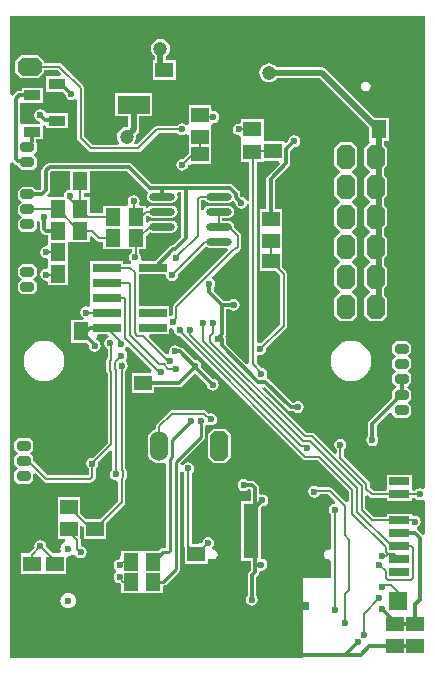
<source format=gbl>
%FSLAX25Y25*%
%MOIN*%
G70*
G01*
G75*
G04 Layer_Physical_Order=2*
G04 Layer_Color=16711680*
%ADD10R,0.05906X0.05118*%
%ADD11C,0.03937*%
%ADD12R,0.05118X0.05906*%
%ADD13R,0.10236X0.08661*%
%ADD14R,0.07874X0.04724*%
%ADD15R,0.12992X0.09843*%
%ADD16R,0.05118X0.06299*%
%ADD17R,0.05512X0.03543*%
%ADD18R,0.09843X0.07874*%
%ADD19R,0.09055X0.01969*%
%ADD20R,0.05512X0.16535*%
%ADD21O,0.08661X0.02362*%
%ADD22R,0.04331X0.02559*%
%ADD23O,0.00984X0.05906*%
%ADD24O,0.05906X0.00984*%
%ADD25R,0.02362X0.00984*%
%ADD26R,0.00984X0.02362*%
%ADD27R,0.02165X0.00984*%
%ADD28R,0.00984X0.02165*%
%ADD29R,0.05118X0.02165*%
%ADD30C,0.02000*%
%ADD31C,0.00800*%
%ADD32C,0.01969*%
%ADD33C,0.01200*%
%ADD34C,0.01000*%
%ADD35C,0.01181*%
%ADD36C,0.00787*%
%ADD37C,0.02362*%
G04:AMPARAMS|DCode=38|XSize=35.43mil|YSize=47.24mil|CornerRadius=0mil|HoleSize=0mil|Usage=FLASHONLY|Rotation=90.000|XOffset=0mil|YOffset=0mil|HoleType=Round|Shape=Octagon|*
%AMOCTAGOND38*
4,1,8,-0.02362,-0.00886,-0.02362,0.00886,-0.01476,0.01772,0.01476,0.01772,0.02362,0.00886,0.02362,-0.00886,0.01476,-0.01772,-0.01476,-0.01772,-0.02362,-0.00886,0.0*
%
%ADD38OCTAGOND38*%

G04:AMPARAMS|DCode=39|XSize=80mil|YSize=60mil|CornerRadius=0mil|HoleSize=0mil|Usage=FLASHONLY|Rotation=90.000|XOffset=0mil|YOffset=0mil|HoleType=Round|Shape=Octagon|*
%AMOCTAGOND39*
4,1,8,0.01500,0.04000,-0.01500,0.04000,-0.03000,0.02500,-0.03000,-0.02500,-0.01500,-0.04000,0.01500,-0.04000,0.03000,-0.02500,0.03000,0.02500,0.01500,0.04000,0.0*
%
%ADD39OCTAGOND39*%

G04:AMPARAMS|DCode=40|XSize=31.5mil|YSize=39.37mil|CornerRadius=0mil|HoleSize=0mil|Usage=FLASHONLY|Rotation=270.000|XOffset=0mil|YOffset=0mil|HoleType=Round|Shape=Octagon|*
%AMOCTAGOND40*
4,1,8,0.01969,0.00787,0.01969,-0.00787,0.01181,-0.01575,-0.01181,-0.01575,-0.01969,-0.00787,-0.01969,0.00787,-0.01181,0.01575,0.01181,0.01575,0.01969,0.00787,0.0*
%
%ADD40OCTAGOND40*%

G04:AMPARAMS|DCode=41|XSize=80mil|YSize=60mil|CornerRadius=0mil|HoleSize=0mil|Usage=FLASHONLY|Rotation=0.000|XOffset=0mil|YOffset=0mil|HoleType=Round|Shape=Octagon|*
%AMOCTAGOND41*
4,1,8,0.04000,-0.01500,0.04000,0.01500,0.02500,0.03000,-0.02500,0.03000,-0.04000,0.01500,-0.04000,-0.01500,-0.02500,-0.03000,0.02500,-0.03000,0.04000,-0.01500,0.0*
%
%ADD41OCTAGOND41*%

G04:AMPARAMS|DCode=42|XSize=100mil|YSize=60mil|CornerRadius=0mil|HoleSize=0mil|Usage=FLASHONLY|Rotation=270.000|XOffset=0mil|YOffset=0mil|HoleType=Round|Shape=Octagon|*
%AMOCTAGOND42*
4,1,8,-0.01500,-0.05000,0.01500,-0.05000,0.03000,-0.03500,0.03000,0.03500,0.01500,0.05000,-0.01500,0.05000,-0.03000,0.03500,-0.03000,-0.03500,-0.01500,-0.05000,0.0*
%
%ADD42OCTAGOND42*%

%ADD43O,0.06000X0.10000*%
%ADD44C,0.04724*%
%ADD45R,0.10630X0.06299*%
%ADD46R,0.06102X0.03937*%
%ADD47R,0.03150X0.05906*%
%ADD48R,0.05906X0.05906*%
%ADD49R,0.06890X0.02756*%
%ADD50R,0.05906X0.05118*%
%ADD51R,0.05512X0.03150*%
%ADD52R,0.09449X0.02913*%
G36*
X480136Y349243D02*
X476165Y345273D01*
X475858Y344814D01*
X475751Y344272D01*
Y334252D01*
X473425D01*
Y327559D01*
X473425Y327559D01*
X473425Y326772D01*
X473425D01*
Y320079D01*
D01*
X473425Y320079D01*
X473425Y320079D01*
D01*
D01*
Y320079D01*
X473425D01*
D01*
Y313386D01*
X478800D01*
X480285Y311900D01*
Y295777D01*
X473868Y289360D01*
X473622Y289409D01*
X473104Y289305D01*
X472471Y289825D01*
Y349929D01*
X474815D01*
Y350000D01*
X479822D01*
X480136Y349243D01*
D02*
G37*
G36*
X435820Y340132D02*
X436279Y339825D01*
X436182Y339338D01*
X435941Y338977D01*
X435788Y338209D01*
X435941Y337441D01*
X436376Y336789D01*
X437027Y336354D01*
X437795Y336202D01*
X444095D01*
X444863Y336354D01*
X445514Y336789D01*
X445949Y337441D01*
X446102Y338209D01*
X445949Y338977D01*
X445936Y338996D01*
X446322Y339718D01*
X447404D01*
Y324887D01*
X444572Y322055D01*
X444567D01*
X444025Y321947D01*
X443566Y321640D01*
X438737Y316811D01*
X434284D01*
X433764Y317444D01*
X433897Y318110D01*
X433744Y318878D01*
X433309Y319529D01*
X433297Y319537D01*
Y320669D01*
X435433D01*
Y325060D01*
X436848Y326474D01*
X437027Y326354D01*
X437795Y326202D01*
X444095D01*
X444863Y326354D01*
X445514Y326789D01*
X445949Y327441D01*
X446102Y328209D01*
X445949Y328977D01*
X445514Y329628D01*
X444863Y330063D01*
X444095Y330216D01*
X437795D01*
X437027Y330063D01*
X436376Y329628D01*
X436217Y329389D01*
X435433Y329627D01*
Y331359D01*
X436072Y331998D01*
X436376Y331789D01*
X436376Y331789D01*
Y331789D01*
X437027Y331354D01*
X437795Y331202D01*
X444095D01*
X444863Y331354D01*
X445514Y331789D01*
X445949Y332441D01*
X446102Y333209D01*
X445949Y333977D01*
X445514Y334628D01*
X444863Y335063D01*
X444095Y335216D01*
X437795D01*
X437027Y335063D01*
X436376Y334628D01*
X436340Y334573D01*
X435530Y334453D01*
X435433Y334532D01*
Y335236D01*
X433875D01*
X433355Y335869D01*
X433503Y336614D01*
X433350Y337382D01*
X432915Y338033D01*
X432264Y338469D01*
X431496Y338621D01*
X430728Y338469D01*
X430077Y338033D01*
X429642Y337382D01*
X429489Y336614D01*
X429637Y335869D01*
X429118Y335236D01*
X428740D01*
D01*
D01*
X428740Y335236D01*
X427953D01*
Y335236D01*
X421260D01*
Y332707D01*
X416929D01*
Y337992D01*
X414793D01*
Y339567D01*
X416929D01*
Y346617D01*
X429335D01*
X435820Y340132D01*
D02*
G37*
G36*
X455925Y321354D02*
X456693Y321202D01*
X462708D01*
X463021Y320445D01*
X444813Y302237D01*
X444551Y301844D01*
X444459Y301381D01*
X444459Y301381D01*
Y298887D01*
X443718Y298537D01*
X443307Y298874D01*
Y301811D01*
X433094D01*
Y312323D01*
X442043D01*
X442253Y312067D01*
X442406Y311299D01*
X442841Y310648D01*
X443492Y310213D01*
X444260Y310060D01*
X445028Y310213D01*
X445680Y310648D01*
X446114Y311299D01*
X446267Y312067D01*
X446218Y312313D01*
X455526Y321621D01*
X455925Y321354D01*
D02*
G37*
G36*
X510168Y238120D02*
X510168Y238120D01*
X510560Y237858D01*
X510560Y237858D01*
X510560Y237858D01*
D01*
X510560Y237858D01*
X510560Y237858D01*
X511024Y237766D01*
X515846D01*
Y236811D01*
X524311D01*
Y237766D01*
X525213D01*
X525352Y237557D01*
X526004Y237122D01*
X526772Y236969D01*
X527540Y237122D01*
X527802Y237297D01*
X528524Y236911D01*
Y225912D01*
X527797Y225426D01*
X527768Y225414D01*
X526197Y226985D01*
X525785Y227260D01*
X525945Y228063D01*
X525965Y228067D01*
X526616Y228502D01*
X527051Y229153D01*
X527204Y229921D01*
X527051Y230689D01*
X526616Y231341D01*
X525965Y231776D01*
X525197Y231928D01*
X524944Y231878D01*
X524311Y232398D01*
Y232480D01*
X515846D01*
Y231526D01*
X511525D01*
X508691Y234360D01*
Y238527D01*
X509447Y238840D01*
X510168Y238120D01*
D02*
G37*
G36*
X455274Y336789D02*
X455925Y336354D01*
X456693Y336202D01*
X462992D01*
X463760Y336354D01*
X464411Y336789D01*
X464411Y336789D01*
X464411Y336789D01*
D01*
X464560Y336982D01*
Y336982D01*
X464560Y336982D01*
X465317Y336226D01*
X465316Y336221D01*
X465469Y335452D01*
X465904Y334801D01*
X466555Y334366D01*
X467323Y334213D01*
X468091Y334366D01*
X468742Y334801D01*
X469177Y335452D01*
X469234Y335739D01*
X470049Y335659D01*
Y288414D01*
X470043Y288383D01*
X470043Y288383D01*
Y282936D01*
X469410Y282417D01*
X469022Y282494D01*
X462241Y289275D01*
Y290944D01*
X462134Y291486D01*
X462035Y291634D01*
X462134Y291782D01*
X462241Y292323D01*
Y300751D01*
X463342D01*
X463345Y300746D01*
X463996Y300311D01*
X464764Y300158D01*
X465532Y300311D01*
X466183Y300746D01*
X466618Y301397D01*
X466771Y302165D01*
X466618Y302933D01*
X466183Y303585D01*
X465532Y304020D01*
X464764Y304172D01*
X463996Y304020D01*
X463345Y303585D01*
X463342Y303580D01*
X461413D01*
X458108Y306885D01*
Y307633D01*
X458112Y307636D01*
X458547Y308287D01*
X458700Y309055D01*
X458547Y309823D01*
X458112Y310474D01*
X457667Y310772D01*
X457587Y311587D01*
X465495Y319495D01*
X465824Y319561D01*
X466217Y319823D01*
X466998Y320604D01*
X466998Y320604D01*
X467260Y320997D01*
X467352Y321460D01*
Y325197D01*
X467260Y325660D01*
X466998Y326053D01*
X464973Y328078D01*
X464999Y328209D01*
X464846Y328977D01*
X464411Y329628D01*
X463760Y330063D01*
X462992Y330216D01*
X461053D01*
Y331202D01*
X462992D01*
X463760Y331354D01*
X464411Y331789D01*
X464846Y332441D01*
X464999Y333209D01*
X464846Y333977D01*
X464411Y334628D01*
X463760Y335063D01*
X462992Y335216D01*
X456693D01*
X455925Y335063D01*
X455274Y334628D01*
X454839Y333977D01*
X454781Y333690D01*
X453967Y333770D01*
Y336900D01*
X454065Y336998D01*
X455134D01*
X455274Y336789D01*
D02*
G37*
G36*
X528524Y241042D02*
X527802Y240655D01*
X527540Y240831D01*
X526772Y240983D01*
X526004Y240831D01*
X525352Y240396D01*
X525213Y240187D01*
X524890D01*
X524311Y240766D01*
Y241142D01*
Y241142D01*
D01*
X524311Y241721D01*
X524311Y241721D01*
X524311Y241721D01*
Y245472D01*
X515846D01*
Y241721D01*
X515846Y241721D01*
X515846Y241721D01*
X515846Y241142D01*
Y241142D01*
D01*
Y240766D01*
X515267Y240187D01*
X511525D01*
X510278Y241434D01*
Y242507D01*
X510278Y242507D01*
X510202Y242894D01*
X510186Y242970D01*
X509924Y243363D01*
X509924Y243363D01*
X501604Y251683D01*
Y253953D01*
X501813Y254093D01*
X502248Y254744D01*
X502401Y255512D01*
X502248Y256280D01*
X501813Y256931D01*
X501162Y257366D01*
X500394Y257519D01*
X499626Y257366D01*
X498975Y256931D01*
X498539Y256280D01*
X498387Y255512D01*
X498539Y254744D01*
X498975Y254093D01*
X499183Y253953D01*
Y252894D01*
X498426Y252581D01*
X491865Y259143D01*
X491472Y259405D01*
X491009Y259497D01*
X491009Y259497D01*
X489203D01*
X474306Y274394D01*
X474396Y274609D01*
X475199Y274769D01*
X482858Y267110D01*
X482858D01*
X482858Y267110D01*
X482858Y267110D01*
Y267110D01*
X483317Y266803D01*
X483858Y266696D01*
X484798D01*
X484801Y266691D01*
X485452Y266256D01*
X486221Y266103D01*
X486988Y266256D01*
X487640Y266691D01*
X488075Y267342D01*
X488228Y268110D01*
X488075Y268878D01*
X487640Y269529D01*
X486988Y269965D01*
X486221Y270117D01*
X485452Y269965D01*
X484801Y269529D01*
X484798Y269525D01*
X484444D01*
X476404Y277565D01*
X475945Y277872D01*
D01*
X475945Y277872D01*
X475869Y278365D01*
D01*
X476022Y279133D01*
X475869Y279901D01*
X475434Y280553D01*
X474783Y280988D01*
X474140Y281116D01*
X472464Y282791D01*
Y284979D01*
X473097Y285499D01*
X473622Y285395D01*
X474390Y285547D01*
X475041Y285982D01*
X475476Y286633D01*
X475629Y287402D01*
X475580Y287648D01*
X482352Y294420D01*
X482352Y294420D01*
X482615Y294812D01*
X482707Y295276D01*
Y312402D01*
X482707Y312402D01*
X482615Y312865D01*
X482352Y313258D01*
X480905Y314704D01*
Y320079D01*
D01*
Y320079D01*
X480905Y320079D01*
Y320079D01*
X480905D01*
X480905D01*
Y326772D01*
D01*
Y326772D01*
X480905Y326772D01*
Y327559D01*
X480905D01*
Y334252D01*
X478580D01*
Y343687D01*
X483293Y348400D01*
X483293Y348400D01*
X483293Y348400D01*
X483600Y348859D01*
X483708Y349400D01*
Y353361D01*
X485034Y354687D01*
X485039Y354686D01*
X485807Y354839D01*
X486459Y355274D01*
X486894Y355925D01*
X487046Y356693D01*
X486894Y357461D01*
X486459Y358112D01*
X485807Y358547D01*
X485039Y358700D01*
X484271Y358547D01*
X483620Y358112D01*
X483185Y357461D01*
X483032Y356693D01*
X483033Y356687D01*
X482449Y356103D01*
X481693Y356417D01*
Y356693D01*
X474815D01*
Y357410D01*
X474815D01*
Y364102D01*
X467335D01*
Y363123D01*
X466702Y362604D01*
X466535Y362637D01*
X465767Y362484D01*
X465116Y362049D01*
X464681Y361398D01*
X464528Y360630D01*
X464681Y359862D01*
X465116Y359211D01*
X465767Y358776D01*
X466535Y358623D01*
X466702Y358656D01*
X467335Y358136D01*
Y357410D01*
X467335Y357410D01*
X467335Y356622D01*
X467335D01*
Y349929D01*
X470049D01*
Y336782D01*
X469234Y336701D01*
X469177Y336988D01*
X468742Y337640D01*
X468091Y338075D01*
X467323Y338228D01*
X467317Y338227D01*
X466975Y338569D01*
Y339273D01*
D01*
Y339272D01*
X466975D01*
D01*
Y339273D01*
X466975D01*
Y339273D01*
X466975Y339273D01*
X466975Y339273D01*
D01*
D01*
D01*
D01*
X466867Y339814D01*
X466764Y339969D01*
X466764Y339969D01*
X466561Y340273D01*
Y340273D01*
X466561Y340273D01*
X464701Y342132D01*
X464242Y342439D01*
X463701Y342547D01*
X437406D01*
X430922Y349032D01*
X430463Y349338D01*
X429921Y349446D01*
X403543D01*
X403002Y349338D01*
X402543Y349032D01*
X402475Y348964D01*
X402427Y348954D01*
X401968Y348647D01*
X401156Y347835D01*
X400849Y347376D01*
X400741Y346834D01*
Y340931D01*
X400202Y340391D01*
X399078D01*
X397933Y341535D01*
X394193D01*
X392913Y340256D01*
Y337697D01*
X394134Y336476D01*
X392913Y335256D01*
Y332697D01*
X394134Y331476D01*
X392913Y330256D01*
Y327697D01*
X394193Y326417D01*
X397933D01*
X399213Y327697D01*
Y330078D01*
X399502Y330166D01*
X400160Y329678D01*
Y327559D01*
X400268Y327018D01*
X400574Y326559D01*
X400574Y326559D01*
X400574Y326559D01*
X401362Y325771D01*
X401821Y325465D01*
X402362Y325357D01*
X402756D01*
Y323031D01*
Y322015D01*
X402362Y321692D01*
X401594Y321539D01*
X400943Y321104D01*
X400508Y320453D01*
X400355Y319685D01*
X400508Y318917D01*
X400943Y318266D01*
X401594Y317831D01*
X402362Y317678D01*
X402756Y317355D01*
Y315945D01*
Y314535D01*
X402362Y314212D01*
X401594Y314059D01*
X400943Y313624D01*
X400508Y312973D01*
X400355Y312205D01*
X400508Y311437D01*
X400943Y310786D01*
X401594Y310350D01*
X402362Y310198D01*
X402756Y309875D01*
Y308661D01*
X409449D01*
Y315945D01*
Y323031D01*
X410236D01*
Y323031D01*
X416929D01*
Y324777D01*
X417686Y325090D01*
X419223Y323553D01*
X419223Y323553D01*
X419615Y323291D01*
X419692Y323276D01*
X420079Y323199D01*
X420079Y323199D01*
X421260D01*
Y320669D01*
X427953D01*
Y320669D01*
X427953D01*
X427953Y320669D01*
X428740D01*
Y320669D01*
X430876D01*
Y319800D01*
X430471Y319529D01*
X430035Y318878D01*
X429883Y318110D01*
X430035Y317342D01*
X430471Y316691D01*
X430738Y316512D01*
X430425Y315756D01*
X430315Y315778D01*
X430315Y315778D01*
X427953D01*
Y316811D01*
X416929D01*
Y312323D01*
X416929Y312323D01*
X416929Y311811D01*
X416929D01*
Y307323D01*
X416929Y307323D01*
X416929Y306811D01*
X416929D01*
Y302323D01*
X416929D01*
Y302024D01*
X416296Y301504D01*
X415748Y301613D01*
X414980Y301461D01*
X414329Y301026D01*
X413894Y300374D01*
X413741Y299606D01*
X413894Y298838D01*
X414329Y298187D01*
X414862Y297831D01*
X414624Y297047D01*
X410630D01*
Y289567D01*
X415716D01*
X416530Y288753D01*
X416496Y288582D01*
X416649Y287814D01*
X417084Y287163D01*
X417735Y286728D01*
X418503Y286575D01*
X419271Y286728D01*
X419922Y287163D01*
X420357Y287814D01*
X420510Y288582D01*
X420357Y289350D01*
X419922Y290001D01*
X419271Y290436D01*
X419271Y290436D01*
X419271D01*
X418852Y290794D01*
X418852Y290794D01*
X419200Y291315D01*
X419322Y291929D01*
X419645Y292323D01*
X422654D01*
X423142Y291665D01*
X423018Y291257D01*
X422853Y291224D01*
X422202Y290789D01*
X421767Y290138D01*
X421614Y289370D01*
X421767Y288601D01*
X422202Y287950D01*
X422804Y287548D01*
Y284442D01*
X422746Y284384D01*
X422484Y283991D01*
X422392Y283528D01*
X422392Y283528D01*
Y280251D01*
X422392Y280251D01*
X422484Y279787D01*
X422746Y279395D01*
X422804Y279336D01*
Y256213D01*
X417796Y251204D01*
X417717Y251220D01*
X416949Y251067D01*
X416297Y250632D01*
X415862Y249981D01*
X415709Y249213D01*
X415862Y248445D01*
X416297Y247793D01*
X416506Y247654D01*
Y245383D01*
X416428Y245305D01*
X402864D01*
X398031Y250137D01*
Y251398D01*
X396811Y252618D01*
X398031Y253839D01*
Y256398D01*
X396752Y257677D01*
X393012D01*
X391732Y256398D01*
Y253839D01*
X392953Y252618D01*
X391732Y251398D01*
Y248839D01*
X392953Y247618D01*
X391732Y246398D01*
Y243839D01*
X393012Y242559D01*
X396752D01*
X398031Y243839D01*
Y245643D01*
X398788Y245956D01*
X401506Y243238D01*
X401506Y243238D01*
X401899Y242976D01*
X401976Y242961D01*
X402362Y242884D01*
X402362Y242884D01*
X416929D01*
X416929Y242884D01*
X417392Y242976D01*
X417785Y243238D01*
X418573Y244026D01*
X418573Y244026D01*
X418835Y244419D01*
X418850Y244496D01*
X418927Y244882D01*
X418927Y244882D01*
Y247654D01*
X419136Y247793D01*
X419571Y248445D01*
X419724Y249213D01*
X419641Y249625D01*
X423623Y253607D01*
X424380Y253294D01*
Y252562D01*
X424380Y252562D01*
X424386Y252530D01*
Y247232D01*
X424171Y247089D01*
X423736Y246437D01*
X423584Y245669D01*
X423736Y244901D01*
X424171Y244250D01*
X424823Y243815D01*
X425591Y243662D01*
X425597Y243664D01*
X426230Y243144D01*
Y236800D01*
X420138Y230709D01*
X415689D01*
X413583Y232815D01*
Y238189D01*
X406102D01*
Y231496D01*
X406102Y231496D01*
X406102Y230709D01*
X406102D01*
Y224016D01*
X408464D01*
X408623Y223213D01*
X408355Y223101D01*
X407821Y222691D01*
X407410Y222157D01*
X407153Y221534D01*
X407064Y220866D01*
X407153Y220198D01*
X407246Y219972D01*
X406791Y219291D01*
X404468D01*
X402352Y221408D01*
X402401Y221654D01*
X402248Y222422D01*
X401813Y223073D01*
X401162Y223508D01*
X400394Y223661D01*
X399626Y223508D01*
X398974Y223073D01*
X398539Y222422D01*
X398387Y221654D01*
X398436Y221408D01*
X396782Y219754D01*
X396519Y219361D01*
X396505Y219291D01*
X393898D01*
Y212598D01*
X401378D01*
Y212598D01*
D01*
X401378Y212598D01*
X401378D01*
Y212598D01*
X408858D01*
Y217768D01*
X409474Y218308D01*
X409646Y218285D01*
X410314Y218373D01*
X410936Y218631D01*
X411241Y218865D01*
X412049Y218731D01*
X412360Y218266D01*
X413012Y217831D01*
X413779Y217678D01*
X414548Y217831D01*
X415199Y218266D01*
X415634Y218917D01*
X415787Y219685D01*
X415634Y220453D01*
X415199Y221104D01*
X414548Y221539D01*
X413815Y221685D01*
Y223825D01*
X413723Y224289D01*
X413583Y224499D01*
Y228320D01*
X414083Y228527D01*
X414764Y228073D01*
Y224016D01*
X422244D01*
Y229390D01*
X428296Y235443D01*
X428559Y235835D01*
X428651Y236299D01*
X428651Y236299D01*
Y243668D01*
X428815Y243832D01*
X428815Y243832D01*
X429077Y244225D01*
X429170Y244688D01*
Y246650D01*
X429077Y247114D01*
X428815Y247506D01*
X428815Y247506D01*
X428651Y247671D01*
Y280252D01*
X428977Y280470D01*
X429413Y281121D01*
X429565Y281889D01*
X429413Y282657D01*
X428977Y283308D01*
X428977D01*
X428781Y283817D01*
D01*
X429216Y284468D01*
X429369Y285236D01*
X429216Y286004D01*
X428781Y286655D01*
X428662Y286735D01*
X428577Y287549D01*
X428584Y287557D01*
X428584Y287557D01*
X428584D01*
X428959Y288119D01*
X429774Y288199D01*
X437689Y280284D01*
X437375Y279528D01*
X430905D01*
Y272835D01*
X438386D01*
Y274766D01*
X446655D01*
X447196Y274874D01*
X447655Y275181D01*
X447655Y275181D01*
X447655Y275181D01*
X451968Y279494D01*
X455867Y275595D01*
X455866Y275590D01*
X456019Y274822D01*
X456454Y274171D01*
X457105Y273736D01*
X457873Y273583D01*
X458641Y273736D01*
X459292Y274171D01*
X459727Y274822D01*
X459880Y275590D01*
X459727Y276358D01*
X459292Y277009D01*
X458641Y277444D01*
X457873Y277597D01*
X457868Y277596D01*
X453909Y281555D01*
X453976Y281890D01*
X453823Y282658D01*
X453388Y283309D01*
X452737Y283744D01*
X451968Y283897D01*
X451633Y283830D01*
X447849Y287614D01*
X447390Y287921D01*
X446849Y288029D01*
X446698D01*
X446695Y288033D01*
X446044Y288469D01*
X445276Y288621D01*
X444508Y288469D01*
X443856Y288033D01*
X443421Y287382D01*
X443268Y286614D01*
X443390Y286002D01*
X443227Y285758D01*
X442412Y285678D01*
X436524Y291566D01*
X436837Y292323D01*
X443307D01*
Y294039D01*
X443940Y294559D01*
X444405Y294466D01*
X444860Y293785D01*
X444843Y293701D01*
X444996Y292933D01*
X445431Y292282D01*
X446082Y291846D01*
X446847Y291694D01*
X487816Y250725D01*
X488209Y250463D01*
X488672Y250370D01*
X492723D01*
X503095Y239998D01*
Y236695D01*
X502338Y236382D01*
X497707Y241014D01*
X497314Y241276D01*
X496850Y241368D01*
X496850Y241368D01*
X493082D01*
X492500Y241757D01*
X491732Y241909D01*
X490964Y241757D01*
X490313Y241322D01*
X489878Y240670D01*
X489725Y239902D01*
X489878Y239134D01*
X490313Y238483D01*
X490964Y238048D01*
X491732Y237895D01*
X492500Y238048D01*
X493152Y238483D01*
X493461Y238947D01*
X496349D01*
X498592Y236704D01*
X498449Y235987D01*
X498412Y235863D01*
X497657Y235713D01*
X497006Y235278D01*
X496571Y234626D01*
X496418Y233858D01*
X496571Y233090D01*
X497006Y232439D01*
X497214Y232300D01*
Y220979D01*
X496581Y220460D01*
X496360Y220503D01*
X495746Y220381D01*
X495225Y220033D01*
X494877Y219512D01*
X494755Y218898D01*
X494877Y218283D01*
X495225Y217762D01*
X495746Y217414D01*
X496360Y217292D01*
X496581Y217336D01*
X497214Y216816D01*
Y211024D01*
X487795D01*
Y184468D01*
X390374D01*
Y237795D01*
X390374Y237795D01*
X390374Y237795D01*
Y237795D01*
Y349285D01*
X391101Y349771D01*
X391130Y349783D01*
X391913Y349000D01*
X391913D01*
X391913Y349000D01*
X391913Y349000D01*
Y349000D01*
X392372Y348693D01*
X392913Y348585D01*
X392913D01*
Y348445D01*
X394193Y347165D01*
X397933D01*
X399213Y348445D01*
Y351004D01*
X397992Y352224D01*
X399213Y353445D01*
Y356004D01*
X399030Y356187D01*
X399052Y356299D01*
Y357283D01*
X401181D01*
Y361876D01*
X401622Y362238D01*
X402362Y361888D01*
Y361024D01*
X409449D01*
Y366142D01*
X402362D01*
Y366134D01*
X402248Y366122D01*
X401813Y366774D01*
X401162Y367209D01*
X400394Y367361D01*
X399626Y367209D01*
X398974Y366774D01*
X398539Y366122D01*
X398387Y365354D01*
X398539Y364586D01*
X398974Y363935D01*
X399626Y363500D01*
X400014Y363423D01*
X400400Y362701D01*
X400276Y362402D01*
X394094D01*
D01*
X394094D01*
X393541Y362955D01*
Y369488D01*
X394094D01*
Y369488D01*
X401181D01*
Y374606D01*
X394094D01*
Y373462D01*
X393307D01*
X392766Y373354D01*
X392307Y373047D01*
X391130Y371871D01*
X391101Y371883D01*
X390374Y372369D01*
Y398603D01*
X528524D01*
Y241042D01*
D02*
G37*
G36*
X410236Y340577D02*
X410236Y340577D01*
X409468Y340424D01*
X408817Y339989D01*
X408382Y339338D01*
X408229Y338570D01*
X407755Y337992D01*
X402874D01*
X402560Y338749D01*
X403156Y339345D01*
X403463Y339804D01*
X403571Y340345D01*
Y346249D01*
X403653Y346331D01*
X403700Y346340D01*
X404114Y346617D01*
X410236D01*
Y340577D01*
D02*
G37*
%LPC*%
G36*
X461894Y260906D02*
X458106D01*
X456213Y259012D01*
Y251224D01*
X458106Y249331D01*
X461894D01*
X463787Y251224D01*
Y259012D01*
X461894Y260906D01*
D02*
G37*
G36*
X455024Y266965D02*
X455024Y266965D01*
X444101D01*
X443638Y266873D01*
X443245Y266610D01*
X443245Y266610D01*
X439144Y262510D01*
X438881Y262117D01*
X438789Y261653D01*
X438789Y261653D01*
Y260716D01*
X438090Y260426D01*
X437299Y259819D01*
X436692Y259028D01*
X436310Y258107D01*
X436180Y257118D01*
Y253118D01*
X436310Y252129D01*
X436692Y251208D01*
X437299Y250417D01*
X438090Y249810D01*
X439011Y249428D01*
X440000Y249298D01*
X440989Y249428D01*
X441707Y249726D01*
X442388Y249271D01*
Y221194D01*
X441338D01*
X440835Y221094D01*
X440410Y220809D01*
X439876Y220276D01*
X434646D01*
D01*
D01*
X434646Y220276D01*
X433858D01*
Y220276D01*
X427165D01*
Y219341D01*
X426772Y217361D01*
X426004Y217209D01*
X425352Y216774D01*
X424917Y216122D01*
X424765Y215354D01*
X424917Y214586D01*
X425352Y213935D01*
X425562Y213795D01*
Y212976D01*
X425352Y212837D01*
X424917Y212185D01*
X424765Y211417D01*
X424917Y210649D01*
X425352Y209998D01*
X426004Y209563D01*
X426648Y209435D01*
X427097Y208986D01*
X427097Y208986D01*
X427165Y208941D01*
Y206102D01*
X433858D01*
Y206102D01*
X433858D01*
X433858Y206102D01*
X434646D01*
Y206102D01*
X441339D01*
Y208530D01*
X441840Y208630D01*
X442266Y208914D01*
X446629Y213278D01*
X446913Y213703D01*
X447013Y214206D01*
Y246565D01*
X447797Y246802D01*
X448187Y246219D01*
X448396Y246079D01*
Y221850D01*
X448396Y221850D01*
X448488Y221387D01*
X448622Y221186D01*
Y215748D01*
X456102D01*
Y217319D01*
X456825Y217705D01*
X457260Y217414D01*
X457874Y217292D01*
X458489Y217414D01*
X459009Y217762D01*
X459357Y218283D01*
X459480Y218898D01*
X459357Y219512D01*
X459009Y220033D01*
X458489Y220381D01*
X457874Y220503D01*
X457767Y220482D01*
X457454Y221239D01*
X457718Y221415D01*
X458153Y222067D01*
X458306Y222835D01*
X458153Y223603D01*
X457718Y224254D01*
X457067Y224689D01*
X456299Y224842D01*
X455531Y224689D01*
X454880Y224254D01*
X454445Y223603D01*
X454292Y222835D01*
X452312Y222441D01*
X450817D01*
Y246079D01*
X451025Y246219D01*
X451461Y246870D01*
X451613Y247638D01*
X451461Y248406D01*
X451025Y249057D01*
X450374Y249492D01*
X449606Y249645D01*
X448838Y249492D01*
X448187Y249057D01*
X447797Y248473D01*
X447260Y248636D01*
X447061Y249431D01*
X454972Y257342D01*
X454972Y257342D01*
X454972Y257342D01*
X455256Y257767D01*
X455356Y258270D01*
Y261895D01*
X455463Y261967D01*
X455560Y262113D01*
X456363Y262273D01*
X456544Y262152D01*
X457312Y261999D01*
X458080Y262152D01*
X458732Y262586D01*
X459167Y263238D01*
X459319Y264006D01*
X459167Y264774D01*
X458732Y265425D01*
X458080Y265860D01*
X457312Y266013D01*
X456616Y265874D01*
X455880Y266610D01*
X455488Y266873D01*
X455024Y266965D01*
D02*
G37*
G36*
X522736Y290118D02*
X518996D01*
X517717Y288839D01*
Y286280D01*
X518937Y285059D01*
X517717Y283839D01*
Y281279D01*
X518937Y280059D01*
X517717Y278839D01*
Y276279D01*
X518996Y275000D01*
Y275000D01*
D01*
Y274606D01*
X518996D01*
X518996Y274606D01*
X517717Y273327D01*
Y271108D01*
X510023Y263415D01*
X509717Y262956D01*
X509609Y262415D01*
Y258509D01*
X509604Y258506D01*
X509169Y257855D01*
X509017Y257087D01*
X509169Y256318D01*
X509604Y255667D01*
X510256Y255232D01*
X511024Y255080D01*
X511792Y255232D01*
X512443Y255667D01*
X512878Y256318D01*
X513031Y257087D01*
X512878Y257855D01*
X512443Y258506D01*
X512438Y258509D01*
Y261829D01*
X516960Y266351D01*
X517717Y266037D01*
Y265768D01*
X518996Y264488D01*
X522736D01*
X524016Y265768D01*
Y268327D01*
X522795Y269547D01*
X524016Y270768D01*
Y273327D01*
X522736Y274606D01*
X524016Y276280D01*
X524016Y276279D01*
Y278839D01*
X522795Y280059D01*
X524016Y281279D01*
Y283839D01*
X522795Y285059D01*
X524016Y286280D01*
Y288839D01*
X522736Y290118D01*
D02*
G37*
G36*
X409646Y206125D02*
X408978Y206037D01*
X408355Y205779D01*
X407821Y205369D01*
X407410Y204834D01*
X407153Y204212D01*
X407064Y203544D01*
X407153Y202876D01*
X407410Y202253D01*
X407821Y201719D01*
X408355Y201308D01*
X408978Y201050D01*
X409646Y200963D01*
X410314Y201050D01*
X410936Y201308D01*
X411471Y201719D01*
X411881Y202253D01*
X412139Y202876D01*
X412227Y203544D01*
X412139Y204212D01*
X411881Y204834D01*
X411471Y205369D01*
X410936Y205779D01*
X410314Y206037D01*
X409646Y206125D01*
D02*
G37*
G36*
X440354Y390775D02*
X439532Y390667D01*
X438766Y390350D01*
X438108Y389845D01*
X437603Y389187D01*
X437286Y388421D01*
X437178Y387598D01*
X437286Y386776D01*
X437603Y386010D01*
X438108Y385352D01*
X438532Y385027D01*
Y383661D01*
X437992D01*
Y376969D01*
X445472D01*
Y383661D01*
X442177D01*
Y385027D01*
X442601Y385352D01*
X443106Y386010D01*
X443423Y386776D01*
X443531Y387598D01*
X443423Y388421D01*
X443106Y389187D01*
X442601Y389845D01*
X441943Y390350D01*
X441177Y390667D01*
X440354Y390775D01*
D02*
G37*
G36*
X468110Y244133D02*
X467342Y243980D01*
X466691Y243545D01*
X466256Y242894D01*
X466103Y242126D01*
X466256Y241358D01*
X466691Y240707D01*
X467342Y240272D01*
X468110Y240119D01*
X468878Y240272D01*
X469529Y240707D01*
X469532Y240711D01*
X470280D01*
X470436Y240556D01*
Y236614D01*
X467126D01*
Y229134D01*
Y223031D01*
Y216929D01*
X470436D01*
Y215945D01*
Y213578D01*
X469866Y213008D01*
X469559Y212549D01*
X469452Y212008D01*
Y205359D01*
X469447Y205356D01*
X469012Y204705D01*
X468859Y203937D01*
X469012Y203169D01*
X469447Y202518D01*
X470098Y202083D01*
X470866Y201930D01*
X471634Y202083D01*
X472285Y202518D01*
X472720Y203169D01*
X472873Y203937D01*
X472720Y204705D01*
X472285Y205356D01*
X472281Y205359D01*
Y211422D01*
X472851Y211992D01*
X472851Y211992D01*
X472851Y211992D01*
X473157Y212451D01*
X473265Y212992D01*
Y213048D01*
X473898Y213567D01*
X474016Y213544D01*
X474784Y213697D01*
X475435Y214132D01*
X475870Y214783D01*
X476023Y215551D01*
X475870Y216319D01*
X475435Y216970D01*
X474784Y217406D01*
X474016Y217558D01*
X473819Y217720D01*
Y223031D01*
Y229134D01*
Y234417D01*
X474404Y235002D01*
X474409Y235001D01*
X475177Y235154D01*
X475829Y235589D01*
X476264Y236240D01*
X476416Y237008D01*
X476264Y237776D01*
X475829Y238427D01*
X475177Y238862D01*
X474409Y239015D01*
X473898Y238913D01*
X473265Y239433D01*
Y241142D01*
X473157Y241683D01*
X472851Y242142D01*
X471866Y243126D01*
X471408Y243433D01*
X470866Y243541D01*
X469532D01*
X469529Y243545D01*
X468878Y243980D01*
X468110Y244133D01*
D02*
G37*
G36*
X401575Y290190D02*
X400263Y290061D01*
X399001Y289678D01*
X397838Y289056D01*
X396819Y288220D01*
X395983Y287201D01*
X395361Y286038D01*
X394979Y284777D01*
X394849Y283465D01*
X394979Y282153D01*
X395361Y280891D01*
X395983Y279728D01*
X396819Y278709D01*
X397838Y277873D01*
X399001Y277251D01*
X400263Y276869D01*
X401575Y276739D01*
X402887Y276869D01*
X404148Y277251D01*
X405311Y277873D01*
X406330Y278709D01*
X407167Y279728D01*
X407788Y280891D01*
X408171Y282153D01*
X408300Y283465D01*
X408171Y284777D01*
X407788Y286038D01*
X407167Y287201D01*
X406330Y288220D01*
X405311Y289056D01*
X404148Y289678D01*
X402887Y290061D01*
X401575Y290190D01*
D02*
G37*
G36*
X508858Y376606D02*
X508244Y376483D01*
X507723Y376135D01*
X507375Y375615D01*
X507253Y375000D01*
X507375Y374385D01*
X507723Y373865D01*
X508244Y373517D01*
X508858Y373394D01*
X509473Y373517D01*
X509994Y373865D01*
X510342Y374385D01*
X510464Y375000D01*
X510342Y375615D01*
X509994Y376135D01*
X509473Y376483D01*
X508858Y376606D01*
D02*
G37*
G36*
X397933Y315827D02*
X394193D01*
X392913Y314547D01*
Y311988D01*
X394134Y310768D01*
X392913Y309547D01*
Y306988D01*
X394193Y305709D01*
X397933D01*
X399213Y306988D01*
Y309547D01*
X397992Y310768D01*
X399213Y311988D01*
Y314547D01*
X397933Y315827D01*
D02*
G37*
G36*
X399744Y385283D02*
X393957D01*
X392063Y383390D01*
Y379602D01*
X393957Y377709D01*
X399744D01*
X401638Y379602D01*
Y380285D01*
X406191D01*
X407374Y379103D01*
X407060Y378346D01*
X402362D01*
Y373228D01*
X407842D01*
X408624Y372446D01*
X408623Y372441D01*
X408776Y371673D01*
X409211Y371022D01*
X409862Y370587D01*
X410630Y370434D01*
X411398Y370587D01*
X411847Y370886D01*
X412569Y370500D01*
Y357874D01*
X412569Y357874D01*
X412661Y357411D01*
X412923Y357018D01*
X416467Y353475D01*
X416467Y353475D01*
X416859Y353212D01*
X417323Y353120D01*
X433071D01*
X433071Y353120D01*
X433534Y353212D01*
X433927Y353475D01*
X439872Y359419D01*
X446079D01*
X446219Y359211D01*
X446870Y358776D01*
X447638Y358623D01*
X448406Y358776D01*
X449057Y359211D01*
X449803Y358712D01*
Y354724D01*
Y352696D01*
X447884Y350777D01*
X447638Y350826D01*
X446870Y350673D01*
X446219Y350238D01*
X445784Y349587D01*
X445631Y348819D01*
X445784Y348051D01*
X446219Y347400D01*
X446870Y346965D01*
X447638Y346812D01*
X448406Y346965D01*
X449057Y347400D01*
X449492Y348051D01*
X449645Y348819D01*
X451624Y349213D01*
X457283D01*
Y354724D01*
Y361417D01*
D01*
Y361417D01*
X457283Y361417D01*
Y362205D01*
X457283D01*
Y362267D01*
X457916Y362787D01*
X458070Y362756D01*
X458838Y362909D01*
X459489Y363344D01*
X459924Y363995D01*
X460077Y364763D01*
X459924Y365531D01*
X459489Y366182D01*
X458838Y366617D01*
X458070Y366770D01*
X457916Y366740D01*
X457283Y367259D01*
Y368898D01*
X449803D01*
Y362548D01*
X449057Y362049D01*
X448406Y362484D01*
X447638Y362637D01*
X446870Y362484D01*
X446219Y362049D01*
X446079Y361841D01*
X439370D01*
X439370Y361841D01*
X438907Y361748D01*
X438514Y361486D01*
X438514Y361486D01*
X432643Y355615D01*
X431835Y355749D01*
X431575Y356276D01*
X431885Y356679D01*
X432202Y357446D01*
X432311Y358268D01*
X432241Y358798D01*
X432785Y359341D01*
X432785Y359341D01*
X433180Y359932D01*
X433319Y360630D01*
X433319Y360630D01*
Y364961D01*
X437598D01*
Y372835D01*
X425394D01*
Y364961D01*
X429674D01*
Y361928D01*
X429134Y361444D01*
X429134D01*
Y361444D01*
D01*
D01*
X428312Y361336D01*
X427545Y361019D01*
X426888Y360514D01*
X426383Y359856D01*
X426065Y359090D01*
X425957Y358268D01*
X426065Y357446D01*
X426383Y356679D01*
X426692Y356276D01*
X426330Y355541D01*
X417824D01*
X414990Y358376D01*
Y374409D01*
X414898Y374873D01*
X414636Y375266D01*
X414636Y375266D01*
X407549Y382352D01*
X407156Y382615D01*
X406693Y382707D01*
X406693Y382707D01*
X401638D01*
Y383390D01*
X399744Y385283D01*
D02*
G37*
G36*
X503937Y290190D02*
X502625Y290061D01*
X501363Y289678D01*
X500201Y289056D01*
X499182Y288220D01*
X498345Y287201D01*
X497724Y286038D01*
X497341Y284777D01*
X497212Y283465D01*
X497341Y282153D01*
X497724Y280891D01*
X498345Y279728D01*
X499182Y278709D01*
X500201Y277873D01*
X501363Y277251D01*
X502625Y276869D01*
X503937Y276739D01*
X505249Y276869D01*
X506511Y277251D01*
X507673Y277873D01*
X508693Y278709D01*
X509529Y279728D01*
X510150Y280891D01*
X510533Y282153D01*
X510662Y283465D01*
X510533Y284777D01*
X510150Y286038D01*
X509529Y287201D01*
X508693Y288220D01*
X507673Y289056D01*
X506511Y289678D01*
X505249Y290061D01*
X503937Y290190D01*
D02*
G37*
G36*
X504098Y356283D02*
X500311D01*
X498417Y354390D01*
Y348602D01*
X500311Y346709D01*
Y346709D01*
D01*
Y346283D01*
X498417Y344390D01*
Y338602D01*
X500311Y336709D01*
Y336709D01*
D01*
Y336283D01*
X498417Y334390D01*
Y328602D01*
X500311Y326709D01*
Y326709D01*
D01*
Y326283D01*
X498417Y324390D01*
Y318602D01*
X500311Y316709D01*
Y316709D01*
D01*
Y316283D01*
X498417Y314390D01*
Y308602D01*
X500311Y306709D01*
Y306709D01*
D01*
Y306283D01*
X498417Y304390D01*
Y298602D01*
X500311Y296709D01*
X504098D01*
X505992Y298602D01*
Y304390D01*
X504098Y306283D01*
Y306709D01*
X505992Y308602D01*
Y314390D01*
X504098Y316283D01*
Y316709D01*
X505992Y318602D01*
Y324390D01*
X504098Y326283D01*
Y326709D01*
X505992Y328602D01*
Y334390D01*
X504098Y336283D01*
Y336709D01*
X505992Y338602D01*
Y344390D01*
X504098Y346283D01*
Y346709D01*
X505992Y348602D01*
Y354390D01*
X504098Y356283D01*
D02*
G37*
G36*
X476574Y382704D02*
X475752Y382595D01*
X474986Y382278D01*
X474328Y381773D01*
X473823Y381115D01*
X473505Y380349D01*
X473397Y379527D01*
X473505Y378705D01*
X473823Y377938D01*
X474328Y377280D01*
X474986Y376776D01*
X475752Y376458D01*
X476574Y376350D01*
X477396Y376458D01*
X478162Y376776D01*
X478820Y377280D01*
X479146Y377705D01*
X493458D01*
X509842Y361320D01*
Y356890D01*
X509847D01*
X510161Y356133D01*
X508417Y354390D01*
Y348602D01*
X510311Y346709D01*
Y346709D01*
D01*
Y346283D01*
X508417Y344390D01*
Y338602D01*
X510311Y336709D01*
Y336709D01*
D01*
Y336283D01*
X508417Y334390D01*
Y328602D01*
X510311Y326709D01*
Y326709D01*
D01*
Y326283D01*
X508417Y324390D01*
Y318602D01*
X510311Y316709D01*
Y316709D01*
D01*
Y316283D01*
X508417Y314390D01*
Y308602D01*
X510311Y306709D01*
Y306709D01*
D01*
Y306283D01*
X508417Y304390D01*
Y298602D01*
X510311Y296709D01*
X514098D01*
X515992Y298602D01*
Y304390D01*
X515011Y305370D01*
Y307622D01*
X515992Y308602D01*
Y314390D01*
X515011Y315370D01*
Y317622D01*
X515992Y318602D01*
Y324390D01*
X515011Y325371D01*
Y327622D01*
X515992Y328602D01*
Y334390D01*
X515011Y335370D01*
Y337622D01*
X515992Y338602D01*
Y344390D01*
X515011Y345371D01*
Y347622D01*
X515992Y348602D01*
Y354390D01*
X515011Y355370D01*
Y356890D01*
X516535D01*
Y364370D01*
X511947D01*
X495501Y380816D01*
X494910Y381211D01*
X494213Y381350D01*
X494213Y381350D01*
X479145D01*
X478820Y381773D01*
X478162Y382278D01*
X477396Y382595D01*
X476574Y382704D01*
D02*
G37*
%LPD*%
D10*
X441732Y380315D02*
D03*
Y372835D02*
D03*
X397638Y215945D02*
D03*
Y208465D02*
D03*
X518504Y195866D02*
D03*
Y188386D02*
D03*
X525197Y195866D02*
D03*
Y188386D02*
D03*
X434646Y276181D02*
D03*
Y268701D02*
D03*
X477165Y316732D02*
D03*
Y309252D02*
D03*
Y330906D02*
D03*
Y323425D02*
D03*
X409842Y227362D02*
D03*
Y234842D02*
D03*
X405118Y215945D02*
D03*
Y208465D02*
D03*
X418504Y227362D02*
D03*
Y234842D02*
D03*
X453543Y365551D02*
D03*
Y358071D02*
D03*
Y352559D02*
D03*
Y345079D02*
D03*
X471075Y360756D02*
D03*
Y353276D02*
D03*
X477953Y353346D02*
D03*
Y360827D02*
D03*
X452362Y211614D02*
D03*
Y219094D02*
D03*
D12*
X470472Y220669D02*
D03*
X462992D02*
D03*
X470472Y232874D02*
D03*
X462992D02*
D03*
X470472Y226772D02*
D03*
X462992D02*
D03*
X520669Y360630D02*
D03*
X513189D02*
D03*
X430512Y216535D02*
D03*
X437992D02*
D03*
X430512Y209842D02*
D03*
X437992D02*
D03*
X413976Y293307D02*
D03*
X406496D02*
D03*
X424606Y324410D02*
D03*
X432087D02*
D03*
X424606Y331496D02*
D03*
X432087D02*
D03*
X406102Y326772D02*
D03*
X413583D02*
D03*
X406102Y334252D02*
D03*
X413583D02*
D03*
X413583Y343307D02*
D03*
X406102D02*
D03*
X406102Y312402D02*
D03*
X413583D02*
D03*
X406102Y319685D02*
D03*
X413583D02*
D03*
D17*
X397638Y359842D02*
D03*
X405905Y363583D02*
D03*
Y356102D02*
D03*
X397638Y372047D02*
D03*
X405905Y375787D02*
D03*
Y368307D02*
D03*
D21*
X440945Y323209D02*
D03*
Y328209D02*
D03*
Y333209D02*
D03*
Y338209D02*
D03*
X459842Y323209D02*
D03*
Y328209D02*
D03*
Y333209D02*
D03*
Y338209D02*
D03*
D30*
X440354Y382087D02*
Y387598D01*
Y382087D02*
X441732Y380709D01*
Y380315D02*
Y380709D01*
X476575Y379528D02*
X494213D01*
X476574Y379527D02*
X476575Y379528D01*
X431496Y360630D02*
Y368898D01*
X429134Y358268D02*
X431496Y360630D01*
X513189Y302480D02*
Y360551D01*
X494213Y379528D02*
X513189Y360551D01*
D31*
X466535Y360630D02*
X466661Y360756D01*
X471075D01*
X453543Y365551D02*
X454331Y364763D01*
X458070D01*
X501967Y225296D02*
Y235040D01*
Y225296D02*
X503346Y223917D01*
X501967Y196063D02*
Y205807D01*
X503346Y207186D01*
X496850Y240158D02*
X501967Y235040D01*
X503346Y207186D02*
Y223917D01*
X464967Y320679D02*
X465361D01*
X445669Y301381D02*
X464967Y320679D01*
X434455Y291923D02*
X443307Y283071D01*
X432579Y291923D02*
X434455D01*
X443307Y283071D02*
X443700Y283464D01*
X442919Y280709D02*
X445669D01*
X442919D02*
Y280902D01*
X441531Y282289D02*
X442919Y280902D01*
X439968Y282289D02*
X441531D01*
X430296Y291961D02*
X439968Y282289D01*
X428709Y290976D02*
X439761Y279924D01*
X428709Y290976D02*
Y304362D01*
X491339Y240158D02*
X496850D01*
X465361Y320679D02*
X466142Y321460D01*
Y325197D01*
X520079Y238976D02*
X520079Y238976D01*
X526772D01*
X520079Y221654D02*
X524016D01*
X524711Y220958D01*
Y211122D02*
Y220958D01*
X524015Y210427D02*
X524711Y211122D01*
X515447D02*
Y213294D01*
X513386Y215354D02*
X515447Y213294D01*
X520079Y230315D02*
X524803D01*
X525197Y229921D01*
X515594Y218540D02*
X516142Y219088D01*
X514137Y218540D02*
X515594D01*
X396850Y381496D02*
X406693D01*
X413779Y374409D01*
Y357874D02*
Y374409D01*
Y357874D02*
X417323Y354331D01*
X433071D01*
X439370Y360630D01*
X447638D01*
X453543Y350984D02*
Y358071D01*
X413583Y334252D02*
X413583Y334252D01*
Y343307D01*
X410236Y337598D02*
X413583Y334252D01*
Y326772D02*
X417717D01*
X420079Y324410D01*
X424606D01*
X406102Y333963D02*
Y334252D01*
Y333963D02*
X413293Y326772D01*
X413583D01*
X396063Y333976D02*
X396339Y334252D01*
X406102D01*
X413583D02*
X416339Y331496D01*
X424606D01*
X431890Y318110D02*
X432087Y318307D01*
Y324410D01*
X431496Y332087D02*
X432087Y331496D01*
X431496Y332087D02*
Y336614D01*
X471253Y282290D02*
X474409Y279134D01*
Y279133D02*
Y279134D01*
X471146Y353346D02*
X477953D01*
X471075Y353276D02*
X471146Y353346D01*
X471075Y353276D02*
X471260Y353091D01*
Y288389D02*
Y353091D01*
X471253Y282290D02*
Y288383D01*
X471260Y288389D01*
X474015Y279133D02*
X474409D01*
X473622Y287402D02*
X481496Y295276D01*
Y312402D01*
X477165Y316732D02*
X481496Y312402D01*
X477165Y316732D02*
Y323425D01*
X425190Y280908D02*
Y282870D01*
Y280908D02*
X425603Y280495D01*
X423602Y280251D02*
Y283528D01*
Y280251D02*
X424015Y279838D01*
Y283941D02*
Y289370D01*
X423602Y283528D02*
X424015Y283941D01*
X425603Y283283D02*
Y283477D01*
X425190Y282870D02*
X425603Y283283D01*
X427558Y281889D02*
X428346D01*
X430296Y291961D02*
Y309074D01*
X431883Y292618D02*
Y312998D01*
Y292618D02*
X432579Y291923D01*
X417323Y227362D02*
X418504D01*
X409842Y234842D02*
X417323Y227362D01*
X409842Y226587D02*
Y227362D01*
Y226587D02*
X412605Y223825D01*
Y220860D02*
Y223825D01*
Y220860D02*
X413779Y219685D01*
X425591Y254842D02*
X425603Y254854D01*
Y283477D02*
X427362Y285236D01*
X423621Y289370D02*
X424015D01*
X416929Y244094D02*
X417717Y244882D01*
X402362Y244094D02*
X416929D01*
X417717Y244882D02*
Y249213D01*
X394882Y250118D02*
X396339D01*
X402362Y244094D01*
X445668Y318110D02*
X452756Y325197D01*
X427165Y288976D02*
X427165D01*
X427559Y289370D01*
Y289449D01*
X422441Y294567D02*
X427559Y289449D01*
X415748Y299606D02*
X416142D01*
X416181Y299567D01*
X422441D01*
X439761Y279918D02*
Y279924D01*
X428504Y304567D02*
X428709Y304362D01*
X422441Y304567D02*
X428504D01*
X429803Y309567D02*
X430296Y309074D01*
X422441Y309567D02*
X429803D01*
X422441Y314567D02*
X430315D01*
X431883Y312998D01*
X456102Y222835D02*
X456299D01*
X452362Y219094D02*
X456102Y222835D01*
X449606Y221850D02*
X452362Y219094D01*
X449606Y221850D02*
Y247638D01*
X440000Y255118D02*
Y261653D01*
X444101Y265754D01*
X455024D01*
X456773Y264006D01*
X457312D01*
X426772Y211024D02*
Y211417D01*
Y211024D02*
X427953Y209842D01*
X430512D01*
X426772Y215354D02*
X427953Y216535D01*
X430512D01*
X504306Y232543D02*
X515447Y221402D01*
X505893Y233201D02*
Y241157D01*
X490351Y256699D02*
X505893Y241157D01*
X500394Y251181D02*
Y255512D01*
Y251181D02*
X509068Y242507D01*
Y240932D02*
Y242507D01*
Y240932D02*
X511024Y238976D01*
X520079D01*
X515447Y219784D02*
Y221402D01*
Y219784D02*
X516142Y219088D01*
X518313D01*
X520079Y217323D01*
X505893Y233201D02*
X517440Y221654D01*
X507480Y233858D02*
X511024Y230315D01*
X517440Y221654D02*
X520079D01*
X511024Y230315D02*
X520079D01*
X410236Y337598D02*
Y338570D01*
X445669Y297638D02*
Y301381D01*
X439761Y279918D02*
X440152Y279527D01*
X440157D01*
X425591Y252562D02*
X425597Y252556D01*
X425591Y252562D02*
Y254842D01*
Y245669D02*
X425597Y245676D01*
Y252556D01*
X417717Y249213D02*
Y249413D01*
X424015Y255711D01*
X508267Y192126D02*
X508267D01*
X488044Y256699D02*
X490351D01*
X488701Y258287D02*
X491009D01*
X507480Y241815D01*
Y233858D02*
Y241815D01*
X450394Y292104D02*
X487386Y255112D01*
X488252D01*
X489201Y254162D01*
X488672Y251581D02*
X493224D01*
X504306Y240500D01*
Y232543D02*
Y240500D01*
X498032Y234479D02*
X498099Y234546D01*
X498032Y234252D02*
Y234479D01*
X498424Y200393D02*
Y233859D01*
X498032Y234252D02*
X498424Y233859D01*
X446850Y293403D02*
Y293701D01*
X446701Y293552D02*
X446850Y293403D01*
X488672Y251581D01*
X450394Y292104D02*
Y293701D01*
X450394Y293701D02*
X450394Y293701D01*
X450387Y293701D02*
X450394D01*
X454724Y290019D02*
Y296063D01*
Y290019D02*
X488044Y256699D01*
X444488Y296457D02*
Y296457D01*
X445669Y297638D01*
X457079Y291925D02*
X457874Y292720D01*
Y296063D01*
X457079Y289909D02*
Y291925D01*
Y289909D02*
X488701Y258287D01*
X447638Y348819D02*
X450787Y351969D01*
X452559D01*
X453543Y350984D01*
X452756Y337402D02*
X453563Y338209D01*
X459842D01*
X452756Y325197D02*
Y337402D01*
X459842Y328346D02*
Y333209D01*
Y328346D02*
X462992D01*
X466142Y325197D01*
X444260Y312067D02*
X455402Y323209D01*
X459842D01*
X432087Y324410D02*
X433071D01*
X436870Y328209D01*
X440945D01*
X432087Y331496D02*
X433858D01*
X435571Y333209D02*
X440945D01*
X433858Y331496D02*
X435571Y333209D01*
X445668Y317716D02*
Y318110D01*
X397638Y218898D02*
X400394Y221654D01*
X397638Y215945D02*
Y218898D01*
X405118Y215945D02*
Y216929D01*
X400394Y221654D02*
X405118Y216929D01*
X440157Y279527D02*
X440550Y279921D01*
X443700Y283464D02*
X443703Y283467D01*
X443700Y283464D02*
Y283464D01*
X424015Y255711D02*
Y279838D01*
X425603Y254854D02*
Y280495D01*
X418504Y227362D02*
X427440Y236299D01*
Y244169D01*
X427959Y244688D01*
Y246650D01*
X427440Y247169D02*
X427959Y246650D01*
X427440Y247169D02*
Y282795D01*
X428346Y281889D01*
X508267Y192126D02*
Y199212D01*
X513386Y204331D01*
X519587Y203346D02*
Y206398D01*
X514566Y208661D02*
X517323D01*
X515447Y211122D02*
X516142Y210427D01*
X524015D01*
X514172Y208267D02*
X514566Y208661D01*
X517323D02*
X519587Y206398D01*
D33*
X471850Y215945D02*
Y234449D01*
Y212992D02*
Y215945D01*
X472244Y215551D01*
X474016D01*
X477165Y330906D02*
Y344272D01*
X482293Y349400D01*
Y353946D01*
X485039Y356693D01*
X413976Y293307D02*
X415748D01*
X417008Y294567D01*
X422441D01*
X418503Y288582D02*
Y288780D01*
X413976Y293307D02*
X418503Y288780D01*
X401575Y327559D02*
Y331496D01*
Y327559D02*
X402362Y326772D01*
X406102D01*
X470866Y212008D02*
X471850Y212992D01*
X520079Y225984D02*
X525197D01*
X471850Y234449D02*
X474409Y237008D01*
X471850Y234449D02*
Y241142D01*
X470866Y242126D02*
X471850Y241142D01*
X468110Y242126D02*
X470866D01*
X520866Y272047D02*
Y277559D01*
X520656Y272047D02*
X520866D01*
X511024Y262415D02*
X520656Y272047D01*
X511024Y257087D02*
Y262415D01*
X456693Y306299D02*
Y309055D01*
Y306299D02*
X460827Y302165D01*
X464764D01*
X396063Y338976D02*
X400787D01*
X402156Y340345D01*
Y346834D01*
X403159Y347647D02*
X403543Y348031D01*
X429921D01*
X436821Y341132D01*
X445276Y286614D02*
X446849D01*
X518504Y195866D02*
Y196457D01*
X470866Y203937D02*
Y212008D01*
X472951Y276565D02*
X475404D01*
X460827Y288689D02*
X472951Y276565D01*
X475404D02*
X483858Y268110D01*
X486221D01*
X402156Y346834D02*
X402969Y347647D01*
X403159D01*
X397638Y356299D02*
Y359842D01*
X396063Y354724D02*
X397638Y356299D01*
X395787Y350000D02*
X396063Y349724D01*
X392913Y350000D02*
X395787D01*
X392126Y350787D02*
X392913Y350000D01*
X392126Y350787D02*
Y370866D01*
X393307Y372047D01*
X397638D01*
X407283Y375787D02*
X410630Y372441D01*
X405905Y375787D02*
X407283D01*
X400394Y365354D02*
X401968Y363779D01*
X405709D01*
X405905Y363583D01*
X518504Y195866D02*
X525197D01*
X434646Y276181D02*
X446655D01*
X451968Y281495D01*
X459448Y290944D02*
X460827Y292323D01*
Y288689D02*
Y290944D01*
Y292323D02*
Y302165D01*
X457873Y275198D02*
Y275590D01*
X451968Y281495D02*
X457873Y275590D01*
X451968Y281495D02*
Y281890D01*
X446849Y286614D02*
X451968Y281495D01*
X465561Y337983D02*
X467323Y336221D01*
X463701Y341132D02*
X465561Y339273D01*
Y337983D02*
Y339273D01*
X440945Y338209D02*
Y340739D01*
X440551Y341132D02*
X440945Y340739D01*
X436821Y341132D02*
X440551D01*
X444567Y320640D02*
X445158D01*
X448819Y324301D01*
Y341132D01*
X440551D02*
X448819D01*
X463701D01*
X437795Y314567D02*
X438493D01*
X444567Y320640D01*
X525197Y225984D02*
X526772Y224410D01*
Y203937D02*
Y224410D01*
X525197Y202362D02*
X526772Y203937D01*
X525197Y195866D02*
Y202362D01*
X514173Y200787D02*
X518504Y196457D01*
D34*
X437992Y209842D02*
X441338D01*
X445701Y214206D01*
X437992Y216535D02*
X441338Y219881D01*
X443109D01*
X443701Y220472D01*
X445701Y249927D02*
X454043Y258270D01*
Y263386D01*
X445701Y214206D02*
Y249927D01*
X443701Y220472D02*
Y250756D01*
X444287Y251342D01*
Y256992D01*
X450681Y263386D01*
D35*
X506174Y189764D02*
X506693D01*
X406102Y340748D02*
Y343307D01*
X405118Y339764D02*
X406102Y340748D01*
X520079Y234646D02*
X524016D01*
X524409Y234252D01*
X501844Y185433D02*
X506174Y189764D01*
X487402Y185433D02*
X501844D01*
X518504Y188386D02*
X525197D01*
X510039D02*
X518504D01*
X507087Y185433D02*
X510039Y188386D01*
X501844Y185433D02*
X507087D01*
D36*
X405709Y312205D02*
X406102Y312598D01*
X402362Y312205D02*
X405709D01*
X402362Y319685D02*
X406102D01*
D37*
X409646Y220866D02*
D03*
Y203544D02*
D03*
X487008Y383071D02*
D03*
X458070Y364763D02*
D03*
X440550Y279921D02*
D03*
X464764Y302165D02*
D03*
X485039Y356693D02*
D03*
X526772Y238976D02*
D03*
X447638Y360630D02*
D03*
X466535D02*
D03*
X457874Y296063D02*
D03*
X431890Y318110D02*
D03*
X431496Y336614D02*
D03*
X474015Y279133D02*
D03*
X473622Y287402D02*
D03*
X427558Y281889D02*
D03*
X427362Y285236D02*
D03*
X427165Y288976D02*
D03*
X423621Y289370D02*
D03*
X415748Y299606D02*
D03*
X425591Y245669D02*
D03*
X417717Y249213D02*
D03*
X445669Y280709D02*
D03*
X456299Y222835D02*
D03*
X449606Y247638D02*
D03*
X457312Y264006D02*
D03*
X454043Y263386D02*
D03*
X450681D02*
D03*
X426772Y211417D02*
D03*
Y215354D02*
D03*
X489370Y254331D02*
D03*
X500394Y255512D02*
D03*
X418503Y288582D02*
D03*
X447638Y348819D02*
D03*
X467323Y336221D02*
D03*
X401575Y331496D02*
D03*
X446850Y293701D02*
D03*
X410236Y338570D02*
D03*
X474016Y215551D02*
D03*
X474409Y237008D02*
D03*
X468110Y242126D02*
D03*
X457873Y275590D02*
D03*
X511024Y257087D02*
D03*
X445276Y286614D02*
D03*
X470866Y203937D02*
D03*
X486221Y268110D02*
D03*
X498425Y233858D02*
D03*
X498424Y200393D02*
D03*
X491732Y239902D02*
D03*
X410630Y372441D02*
D03*
X400394Y365354D02*
D03*
X444488Y296457D02*
D03*
X450387Y293701D02*
D03*
X454724Y296063D02*
D03*
X459448Y290944D02*
D03*
X451968Y281890D02*
D03*
X402362Y312205D02*
D03*
Y319685D02*
D03*
X445668Y317716D02*
D03*
X413779Y219685D02*
D03*
X400394Y221654D02*
D03*
X506174Y189764D02*
D03*
X501967Y196063D02*
D03*
X481496Y195276D02*
D03*
X482283Y207087D02*
D03*
X490551Y214961D02*
D03*
X466929Y206299D02*
D03*
X466535Y237402D02*
D03*
X440945Y235827D02*
D03*
X463779Y261811D02*
D03*
X436614Y262992D02*
D03*
X443703Y283467D02*
D03*
X429809Y272722D02*
D03*
X410236Y279134D02*
D03*
X491339Y290158D02*
D03*
X425197Y337795D02*
D03*
X415354Y387008D02*
D03*
X490945Y396063D02*
D03*
X525984Y244488D02*
D03*
Y250787D02*
D03*
X491732Y244488D02*
D03*
Y249213D02*
D03*
X492126Y225590D02*
D03*
Y231496D02*
D03*
X427559Y201969D02*
D03*
X525197Y229921D02*
D03*
X444260Y312067D02*
D03*
X405118Y339764D02*
D03*
X468504Y299606D02*
D03*
X474803Y305906D02*
D03*
X456693Y309055D02*
D03*
X455118Y316142D02*
D03*
X468504Y327559D02*
D03*
X524409Y234252D02*
D03*
X513386Y215354D02*
D03*
X514137Y218540D02*
D03*
X513386Y204331D02*
D03*
X508267Y192126D02*
D03*
X514173Y200787D02*
D03*
X514172Y208267D02*
D03*
D38*
X396063Y344724D02*
D03*
Y349724D02*
D03*
Y354724D02*
D03*
X520866Y277559D02*
D03*
Y282559D02*
D03*
Y287559D02*
D03*
Y262047D02*
D03*
Y267047D02*
D03*
Y272047D02*
D03*
X394882Y255118D02*
D03*
Y250118D02*
D03*
Y245118D02*
D03*
X396063Y318268D02*
D03*
Y313268D02*
D03*
Y308268D02*
D03*
Y338976D02*
D03*
Y333976D02*
D03*
Y328976D02*
D03*
D39*
X522205Y351496D02*
D03*
X512205D02*
D03*
X502205D02*
D03*
X522205Y341496D02*
D03*
X512205D02*
D03*
X502205D02*
D03*
X522205Y331496D02*
D03*
X512205D02*
D03*
X502205D02*
D03*
X522205Y321496D02*
D03*
X512205D02*
D03*
X502205D02*
D03*
X522205Y311496D02*
D03*
X512205D02*
D03*
X502205D02*
D03*
X522205Y301496D02*
D03*
X512205D02*
D03*
X502205D02*
D03*
D40*
X520866Y292559D02*
D03*
X394882Y240118D02*
D03*
X396063Y323976D02*
D03*
D41*
X396850Y381496D02*
D03*
Y391496D02*
D03*
D42*
X460000Y255118D02*
D03*
D43*
X440000D02*
D03*
D44*
X440354Y387598D02*
D03*
X476574Y379527D02*
D03*
X463779Y352362D02*
D03*
X446850Y356299D02*
D03*
X429134Y358268D02*
D03*
X479134Y395276D02*
D03*
D45*
X431496Y379921D02*
D03*
Y368898D02*
D03*
D46*
X477559Y203740D02*
D03*
D47*
X481791Y247441D02*
D03*
D48*
X519587Y203346D02*
D03*
D49*
X520079Y243307D02*
D03*
Y238976D02*
D03*
Y234646D02*
D03*
Y230315D02*
D03*
Y225984D02*
D03*
Y221654D02*
D03*
Y217323D02*
D03*
Y212992D02*
D03*
D50*
X519587Y249409D02*
D03*
D51*
X487106Y201772D02*
D03*
Y248819D02*
D03*
D52*
X437795Y314567D02*
D03*
X422441D02*
D03*
X437795Y309567D02*
D03*
X422441D02*
D03*
X437795Y304567D02*
D03*
X422441D02*
D03*
X437795Y299567D02*
D03*
X422441D02*
D03*
X437795Y294567D02*
D03*
X422441D02*
D03*
M02*

</source>
